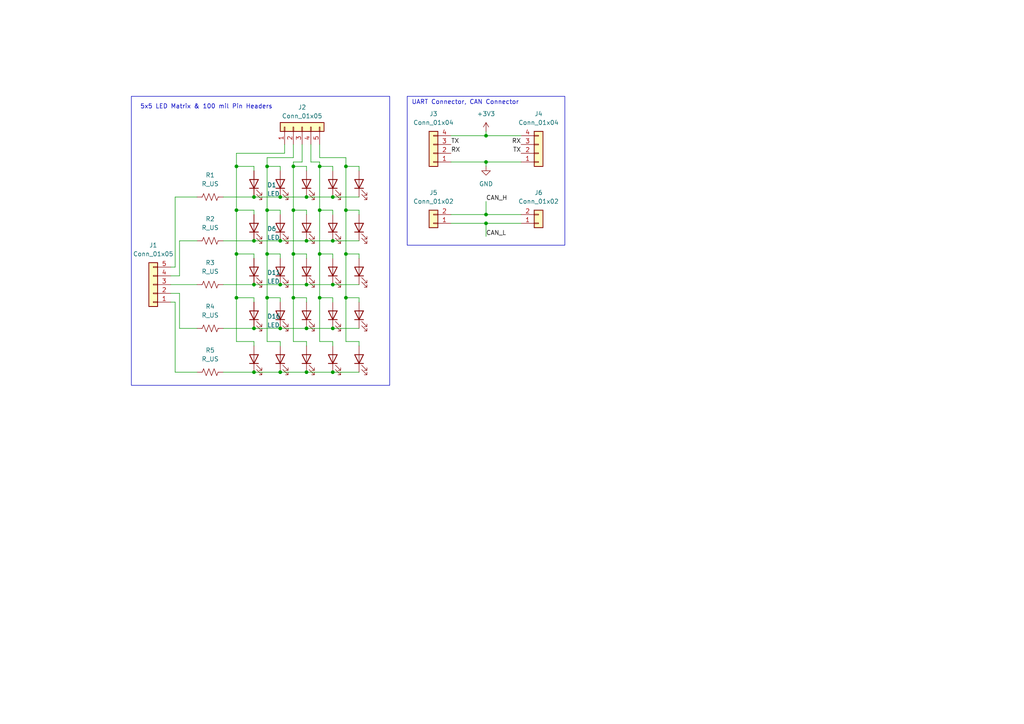
<source format=kicad_sch>
(kicad_sch (version 20230121) (generator eeschema)
  (paper "A4")
  (lib_symbols
    (symbol "Connector_Generic:Conn_01x02" (pin_names (offset 1.016) hide)
      (property "Reference" "J" (at 0 2.54 0))
      (property "Value" "Conn_01x02" (at 0 -5.08 0))
      (symbol "Conn_01x02_1_1"
        (rectangle (start -1.27 -2.413) (end 0 -2.667) (stroke (width 0.1524)))
        (rectangle (start -1.27 0.127) (end 0 -0.127) (stroke (width 0.1524)))
        (rectangle (start -1.27 1.27) (end 1.27 -3.81) (stroke (width 0.254)) (fill (type background)))
        (pin passive line (at -5.08 0 0) (length 3.81) (name "Pin_1") (number "1"))
        (pin passive line (at -5.08 -2.54 0) (length 3.81) (name "Pin_2") (number "2"))
      )
    )
    (symbol "Connector_Generic:Conn_01x04" (pin_names (offset 1.016) hide)
      (property "Reference" "J" (at 0 5.08 0))
      (property "Value" "Conn_01x04" (at 0 -7.62 0))
      (symbol "Conn_01x04_1_1"
        (rectangle (start -1.27 -4.953) (end 0 -5.207) (stroke (width 0.1524)))
        (rectangle (start -1.27 -2.413) (end 0 -2.667) (stroke (width 0.1524)))
        (rectangle (start -1.27 0.127) (end 0 -0.127) (stroke (width 0.1524)))
        (rectangle (start -1.27 2.667) (end 0 2.413) (stroke (width 0.1524)))
        (rectangle (start -1.27 3.81) (end 1.27 -6.35) (stroke (width 0.254)) (fill (type background)))
        (pin passive line (at -5.08 2.54 0) (length 3.81) (name "Pin_1") (number "1"))
        (pin passive line (at -5.08 0 0) (length 3.81) (name "Pin_2") (number "2"))
        (pin passive line (at -5.08 -2.54 0) (length 3.81) (name "Pin_3") (number "3"))
        (pin passive line (at -5.08 -5.08 0) (length 3.81) (name "Pin_4") (number "4"))
      )
    )
    (symbol "Connector_Generic:Conn_01x05" (pin_names (offset 1.016) hide)
      (property "Reference" "J" (at 0 7.62 0))
      (property "Value" "Conn_01x05" (at 0 -7.62 0))
      (symbol "Conn_01x05_1_1"
        (rectangle (start -1.27 -4.953) (end 0 -5.207) (stroke (width 0.1524)))
        (rectangle (start -1.27 -2.413) (end 0 -2.667) (stroke (width 0.1524)))
        (rectangle (start -1.27 0.127) (end 0 -0.127) (stroke (width 0.1524)))
        (rectangle (start -1.27 2.667) (end 0 2.413) (stroke (width 0.1524)))
        (rectangle (start -1.27 5.207) (end 0 4.953) (stroke (width 0.1524)))
        (rectangle (start -1.27 6.35) (end 1.27 -6.35) (stroke (width 0.254)) (fill (type background)))
        (pin passive line (at -5.08 5.08 0) (length 3.81) (name "Pin_1") (number "1"))
        (pin passive line (at -5.08 2.54 0) (length 3.81) (name "Pin_2") (number "2"))
        (pin passive line (at -5.08 0 0) (length 3.81) (name "Pin_3") (number "3"))
        (pin passive line (at -5.08 -2.54 0) (length 3.81) (name "Pin_4") (number "4"))
        (pin passive line (at -5.08 -5.08 0) (length 3.81) (name "Pin_5") (number "5"))
      )
    )
    (symbol "Device:LED" (pin_numbers hide) (pin_names (offset 1.016) hide)
      (property "Reference" "D" (at 0 2.54 0))
      (property "Value" "LED" (at 0 -2.54 0))
      (symbol "LED_0_1"
        (polyline (pts (xy -1.27 -1.27) (xy -1.27 1.27)) (stroke (width 0.254)))
        (polyline (pts (xy -1.27 0) (xy 1.27 0)))
        (polyline (pts (xy 1.27 -1.27) (xy 1.27 1.27) (xy -1.27 0) (xy 1.27 -1.27)) (stroke (width 0.254)))
        (polyline (pts (xy -3.048 -0.762) (xy -4.572 -2.286) (xy -3.81 -2.286) (xy -4.572 -2.286) (xy -4.572 -1.524)))
        (polyline (pts (xy -1.778 -0.762) (xy -3.302 -2.286) (xy -2.54 -2.286) (xy -3.302 -2.286) (xy -3.302 -1.524)))
      )
      (symbol "LED_1_1"
        (pin passive line (at -3.81 0 0) (length 2.54) (name "K") (number "1"))
        (pin passive line (at 3.81 0 180) (length 2.54) (name "A") (number "2"))
      )
    )
    (symbol "Device:R_US" (pin_numbers hide) (pin_names (offset 0))
      (property "Reference" "R" (at 2.54 0 90))
      (property "Value" "R_US" (at -2.54 0 90))
      (symbol "R_US_0_1"
        (polyline (pts (xy 0 -2.286) (xy 0 -2.54)))
        (polyline (pts (xy 0 2.286) (xy 0 2.54)))
        (polyline (pts (xy 0 -0.762) (xy 1.016 -1.143) (xy 0 -1.524) (xy -1.016 -1.905) (xy 0 -2.286)))
        (polyline (pts (xy 0 0.762) (xy 1.016 0.381) (xy 0 0) (xy -1.016 -0.381) (xy 0 -0.762)))
        (polyline (pts (xy 0 2.286) (xy 1.016 1.905) (xy 0 1.524) (xy -1.016 1.143) (xy 0 0.762)))
      )
      (symbol "R_US_1_1"
        (pin passive line (at 0 3.81 270) (length 1.27) (name "~") (number "1"))
        (pin passive line (at 0 -3.81 90) (length 1.27) (name "~") (number "2"))
      )
    )
    (symbol "power:+3V3" (power) (pin_names (offset 0))
      (property "Value" "+3V3" (at 0 3.556 0))
      (symbol "+3V3_0_1"
        (polyline (pts (xy -0.762 1.27) (xy 0 2.54)))
        (polyline (pts (xy 0 0) (xy 0 2.54)))
        (polyline (pts (xy 0 2.54) (xy 0.762 1.27)))
      )
      (symbol "+3V3_1_1"
        (pin power_in line (at 0 0 90) (length 0) hide (name "+3V3") (number "1"))
      )
    )
    (symbol "power:GND" (power) (pin_names (offset 0))
      (property "Value" "GND" (at 0 -3.81 0))
      (symbol "GND_0_1"
        (polyline (pts (xy 0 0) (xy 0 -1.27) (xy 1.27 -1.27) (xy 0 -2.54) (xy -1.27 -1.27) (xy 0 -1.27)))
      )
      (symbol "GND_1_1"
        (pin power_in line (at 0 0 270) (length 0) hide (name "GND") (number "1"))
      )
    )
  )
  (junction (at 100.33 86.36))
  (junction (at 73.66 57.15))
  (junction (at 85.09 60.96))
  (junction (at 88.9 95.25))
  (junction (at 85.09 86.36))
  (junction (at 81.28 69.85))
  (junction (at 73.66 95.25))
  (junction (at 73.66 107.95))
  (junction (at 77.47 73.66))
  (junction (at 85.09 48.26))
  (junction (at 77.47 48.26))
  (junction (at 92.71 48.26))
  (junction (at 92.71 73.66))
  (junction (at 81.28 82.55))
  (junction (at 77.47 86.36))
  (junction (at 96.52 107.95))
  (junction (at 88.9 57.15))
  (junction (at 100.33 60.96))
  (junction (at 81.28 95.25))
  (junction (at 96.52 69.85))
  (junction (at 140.97 39.37))
  (junction (at 140.97 46.99))
  (junction (at 81.28 57.15))
  (junction (at 68.58 73.66))
  (junction (at 140.97 62.23))
  (junction (at 96.52 57.15))
  (junction (at 73.66 82.55))
  (junction (at 81.28 107.95))
  (junction (at 68.58 48.26))
  (junction (at 88.9 107.95))
  (junction (at 88.9 69.85))
  (junction (at 77.47 60.96))
  (junction (at 73.66 69.85))
  (junction (at 100.33 73.66))
  (junction (at 92.71 86.36))
  (junction (at 140.97 64.77))
  (junction (at 96.52 82.55))
  (junction (at 68.58 86.36))
  (junction (at 92.71 60.96))
  (junction (at 88.9 82.55))
  (junction (at 68.58 60.96))
  (junction (at 85.09 73.66))
  (junction (at 96.52 95.25))
  (junction (at 100.33 48.26))
  (wire (pts (xy 85.09 86.36) (xy 85.09 99.06)))
  (wire (pts (xy 81.28 95.25) (xy 88.9 95.25)))
  (wire (pts (xy 100.33 73.66) (xy 104.14 73.66)))
  (wire (pts (xy 88.9 62.23) (xy 88.9 60.96)))
  (wire (pts (xy 68.58 73.66) (xy 68.58 86.36)))
  (wire (pts (xy 49.53 77.47) (xy 50.8 77.47)))
  (wire (pts (xy 140.97 58.42) (xy 140.97 62.23)))
  (wire (pts (xy 77.47 48.26) (xy 77.47 60.96)))
  (wire (pts (xy 64.77 57.15) (xy 73.66 57.15)))
  (wire (pts (xy 96.52 48.26) (xy 92.71 48.26)))
  (wire (pts (xy 104.14 74.93) (xy 104.14 73.66)))
  (wire (pts (xy 100.33 60.96) (xy 104.14 60.96)))
  (wire (pts (xy 81.28 57.15) (xy 88.9 57.15)))
  (wire (pts (xy 104.14 99.06) (xy 104.14 100.33)))
  (wire (pts (xy 100.33 86.36) (xy 100.33 99.06)))
  (wire (pts (xy 77.47 86.36) (xy 77.47 99.06)))
  (wire (pts (xy 81.28 49.53) (xy 81.28 48.26)))
  (wire (pts (xy 140.97 38.1) (xy 140.97 39.37)))
  (wire (pts (xy 92.71 48.26) (xy 92.71 60.96)))
  (wire (pts (xy 52.07 95.25) (xy 57.15 95.25)))
  (wire (pts (xy 85.09 41.91) (xy 85.09 45.72)))
  (wire (pts (xy 77.47 45.72) (xy 77.47 48.26)))
  (wire (pts (xy 81.28 82.55) (xy 88.9 82.55)))
  (wire (pts (xy 92.71 60.96) (xy 92.71 73.66)))
  (wire (pts (xy 87.63 46.99) (xy 85.09 46.99)))
  (wire (pts (xy 77.47 86.36) (xy 81.28 86.36)))
  (wire (pts (xy 140.97 46.99) (xy 140.97 48.26)))
  (wire (pts (xy 81.28 87.63) (xy 81.28 86.36)))
  (wire (pts (xy 88.9 87.63) (xy 88.9 86.36)))
  (wire (pts (xy 87.63 41.91) (xy 87.63 46.99)))
  (wire (pts (xy 82.55 41.91) (xy 82.55 44.45)))
  (wire (pts (xy 100.33 48.26) (xy 100.33 60.96)))
  (wire (pts (xy 68.58 44.45) (xy 68.58 48.26)))
  (wire (pts (xy 77.47 60.96) (xy 81.28 60.96)))
  (wire (pts (xy 73.66 82.55) (xy 81.28 82.55)))
  (wire (pts (xy 92.71 41.91) (xy 92.71 45.72)))
  (wire (pts (xy 73.66 57.15) (xy 81.28 57.15)))
  (wire (pts (xy 68.58 60.96) (xy 68.58 73.66)))
  (wire (pts (xy 100.33 48.26) (xy 104.14 48.26)))
  (wire (pts (xy 130.81 62.23) (xy 140.97 62.23)))
  (wire (pts (xy 140.97 62.23) (xy 151.13 62.23)))
  (wire (pts (xy 100.33 45.72) (xy 100.33 48.26)))
  (wire (pts (xy 92.71 86.36) (xy 92.71 99.06)))
  (wire (pts (xy 96.52 95.25) (xy 104.14 95.25)))
  (wire (pts (xy 96.52 74.93) (xy 96.52 73.66)))
  (wire (pts (xy 130.81 64.77) (xy 140.97 64.77)))
  (wire (pts (xy 85.09 60.96) (xy 88.9 60.96)))
  (wire (pts (xy 88.9 74.93) (xy 88.9 73.66)))
  (wire (pts (xy 88.9 49.53) (xy 88.9 48.26)))
  (wire (pts (xy 85.09 99.06) (xy 88.9 99.06)))
  (wire (pts (xy 64.77 107.95) (xy 73.66 107.95)))
  (wire (pts (xy 73.66 49.53) (xy 73.66 48.26)))
  (wire (pts (xy 96.52 73.66) (xy 92.71 73.66)))
  (wire (pts (xy 96.52 107.95) (xy 104.14 107.95)))
  (wire (pts (xy 73.66 87.63) (xy 73.66 86.36)))
  (wire (pts (xy 96.52 69.85) (xy 104.14 69.85)))
  (wire (pts (xy 130.81 46.99) (xy 140.97 46.99)))
  (wire (pts (xy 81.28 62.23) (xy 81.28 60.96)))
  (wire (pts (xy 73.66 99.06) (xy 73.66 100.33)))
  (wire (pts (xy 88.9 82.55) (xy 96.52 82.55)))
  (wire (pts (xy 68.58 99.06) (xy 73.66 99.06)))
  (wire (pts (xy 68.58 48.26) (xy 68.58 60.96)))
  (wire (pts (xy 88.9 99.06) (xy 88.9 100.33)))
  (wire (pts (xy 96.52 86.36) (xy 92.71 86.36)))
  (wire (pts (xy 88.9 69.85) (xy 96.52 69.85)))
  (wire (pts (xy 64.77 95.25) (xy 73.66 95.25)))
  (wire (pts (xy 88.9 107.95) (xy 96.52 107.95)))
  (wire (pts (xy 49.53 82.55) (xy 57.15 82.55)))
  (wire (pts (xy 90.17 46.99) (xy 92.71 46.99)))
  (wire (pts (xy 49.53 85.09) (xy 52.07 85.09)))
  (wire (pts (xy 140.97 39.37) (xy 151.13 39.37)))
  (wire (pts (xy 81.28 69.85) (xy 88.9 69.85)))
  (wire (pts (xy 77.47 99.06) (xy 81.28 99.06)))
  (wire (pts (xy 68.58 86.36) (xy 73.66 86.36)))
  (wire (pts (xy 100.33 86.36) (xy 104.14 86.36)))
  (wire (pts (xy 73.66 74.93) (xy 73.66 73.66)))
  (wire (pts (xy 73.66 107.95) (xy 81.28 107.95)))
  (wire (pts (xy 100.33 73.66) (xy 100.33 86.36)))
  (wire (pts (xy 52.07 80.01) (xy 52.07 69.85)))
  (wire (pts (xy 73.66 69.85) (xy 81.28 69.85)))
  (wire (pts (xy 49.53 80.01) (xy 52.07 80.01)))
  (wire (pts (xy 77.47 73.66) (xy 81.28 73.66)))
  (wire (pts (xy 68.58 73.66) (xy 73.66 73.66)))
  (wire (pts (xy 52.07 69.85) (xy 57.15 69.85)))
  (wire (pts (xy 77.47 48.26) (xy 81.28 48.26)))
  (wire (pts (xy 100.33 60.96) (xy 100.33 73.66)))
  (wire (pts (xy 49.53 87.63) (xy 50.8 87.63)))
  (wire (pts (xy 85.09 73.66) (xy 85.09 86.36)))
  (wire (pts (xy 96.52 57.15) (xy 104.14 57.15)))
  (wire (pts (xy 52.07 85.09) (xy 52.07 95.25)))
  (wire (pts (xy 92.71 73.66) (xy 92.71 86.36)))
  (wire (pts (xy 82.55 44.45) (xy 68.58 44.45)))
  (wire (pts (xy 96.52 82.55) (xy 104.14 82.55)))
  (wire (pts (xy 50.8 57.15) (xy 57.15 57.15)))
  (wire (pts (xy 96.52 49.53) (xy 96.52 48.26)))
  (wire (pts (xy 100.33 99.06) (xy 104.14 99.06)))
  (wire (pts (xy 85.09 86.36) (xy 88.9 86.36)))
  (wire (pts (xy 140.97 64.77) (xy 140.97 68.58)))
  (wire (pts (xy 85.09 48.26) (xy 85.09 60.96)))
  (wire (pts (xy 96.52 99.06) (xy 96.52 100.33)))
  (wire (pts (xy 92.71 99.06) (xy 96.52 99.06)))
  (wire (pts (xy 85.09 46.99) (xy 85.09 48.26)))
  (wire (pts (xy 140.97 46.99) (xy 151.13 46.99)))
  (wire (pts (xy 77.47 73.66) (xy 77.47 86.36)))
  (wire (pts (xy 85.09 60.96) (xy 85.09 73.66)))
  (wire (pts (xy 85.09 48.26) (xy 88.9 48.26)))
  (wire (pts (xy 81.28 74.93) (xy 81.28 73.66)))
  (wire (pts (xy 81.28 107.95) (xy 88.9 107.95)))
  (wire (pts (xy 73.66 95.25) (xy 81.28 95.25)))
  (wire (pts (xy 64.77 82.55) (xy 73.66 82.55)))
  (wire (pts (xy 73.66 62.23) (xy 73.66 60.96)))
  (wire (pts (xy 104.14 49.53) (xy 104.14 48.26)))
  (wire (pts (xy 104.14 62.23) (xy 104.14 60.96)))
  (wire (pts (xy 140.97 64.77) (xy 151.13 64.77)))
  (wire (pts (xy 104.14 87.63) (xy 104.14 86.36)))
  (wire (pts (xy 50.8 87.63) (xy 50.8 107.95)))
  (wire (pts (xy 85.09 73.66) (xy 88.9 73.66)))
  (wire (pts (xy 90.17 41.91) (xy 90.17 46.99)))
  (wire (pts (xy 85.09 45.72) (xy 77.47 45.72)))
  (wire (pts (xy 88.9 57.15) (xy 96.52 57.15)))
  (wire (pts (xy 68.58 48.26) (xy 73.66 48.26)))
  (wire (pts (xy 96.52 60.96) (xy 92.71 60.96)))
  (wire (pts (xy 96.52 62.23) (xy 96.52 60.96)))
  (wire (pts (xy 81.28 100.33) (xy 81.28 99.06)))
  (wire (pts (xy 92.71 45.72) (xy 100.33 45.72)))
  (wire (pts (xy 92.71 46.99) (xy 92.71 48.26)))
  (wire (pts (xy 130.81 39.37) (xy 140.97 39.37)))
  (wire (pts (xy 68.58 86.36) (xy 68.58 99.06)))
  (wire (pts (xy 50.8 77.47) (xy 50.8 57.15)))
  (wire (pts (xy 77.47 60.96) (xy 77.47 73.66)))
  (wire (pts (xy 96.52 87.63) (xy 96.52 86.36)))
  (wire (pts (xy 88.9 95.25) (xy 96.52 95.25)))
  (wire (pts (xy 64.77 69.85) (xy 73.66 69.85)))
  (wire (pts (xy 50.8 107.95) (xy 57.15 107.95)))
  (wire (pts (xy 68.58 60.96) (xy 73.66 60.96)))
  (rectangle (start 38.1 27.94) (end 113.03 111.76))
  (rectangle (start 118.11 27.94) (end 163.83 71.12))
  (text "UART Connector, CAN Connector\n" (at 119.38 30.48 0) (effects (font (size 1.27 1.27)) (justify left bottom)))
  (text "5x5 LED Matrix & 100 mil Pin Headers" (at 40.64 31.75 0) (effects (font (size 1.27 1.27)) (justify left bottom)))
  (label "TX" (at 130.81 41.91 0))
  (label "CAN_L" (at 140.97 68.58 0))
  (label "RX" (at 130.81 44.45 0))
  (label "CAN_H" (at 140.97 58.42 0))
  (label "RX" (at 151.13 41.91 180))
  (label "TX" (at 151.13 44.45 180))
  (symbol (lib_id "Device:R_US") (at 60.96 107.95 90) (unit 1)
    (property "Reference" "R5" (at 60.96 101.6 90))
    (property "Value" "R_US" (at 60.96 104.14 90))
    (property "Footprint" "Resistor_THT:R_Axial_DIN0207_L6.3mm_D2.5mm_P7.62mm_Horizontal" (effects hide))
  )
  (symbol (lib_id "Device:R_US") (at 60.96 95.25 90) (unit 1)
    (property "Reference" "R4" (at 60.96 88.9 90))
    (property "Value" "R_US" (at 60.96 91.44 90))
    (property "Footprint" "Resistor_THT:R_Axial_DIN0207_L6.3mm_D2.5mm_P7.62mm_Horizontal" (effects hide))
  )
  (symbol (lib_id "Device:LED") (at 88.9 104.14 90) (unit 1)
    (property "Reference" "D23" (effects hide))
    (property "Value" "LED" (effects hide))
    (property "Footprint" "LED_THT:LED_D3.0mm" (effects hide))
  )
  (symbol (lib_id "Device:LED") (at 104.14 53.34 90) (unit 1)
    (property "Reference" "D5" (effects hide))
    (property "Value" "LED" (effects hide))
    (property "Footprint" "LED_THT:LED_D3.0mm" (effects hide))
  )
  (symbol (lib_id "Device:LED") (at 81.28 66.04 90) (unit 1)
    (property "Reference" "D7" (effects hide))
    (property "Value" "LED" (effects hide))
    (property "Footprint" "LED_THT:LED_D3.0mm" (effects hide))
  )
  (symbol (lib_id "Device:LED") (at 73.66 78.74 90) (unit 1)
    (property "Reference" "D11" (at 77.47 79.0575 90) (effects (justify right)))
    (property "Value" "LED" (at 77.47 81.5975 90) (effects (justify right)))
    (property "Footprint" "LED_THT:LED_D3.0mm" (effects hide))
  )
  (symbol (lib_id "Connector_Generic:Conn_01x05") (at 44.45 82.55 180) (unit 1)
    (property "Reference" "J1" (at 44.45 71.12 0))
    (property "Value" "Conn_01x05" (at 44.45 73.66 0))
    (property "Footprint" "Connector_PinHeader_2.54mm:PinHeader_1x05_P2.54mm_Vertical" (effects hide))
  )
  (symbol (lib_id "Device:LED") (at 81.28 53.34 90) (unit 1)
    (property "Reference" "D2" (effects hide))
    (property "Value" "LED" (effects hide))
    (property "Footprint" "LED_THT:LED_D3.0mm" (effects hide))
  )
  (symbol (lib_id "Device:LED") (at 104.14 104.14 90) (unit 1)
    (property "Reference" "D25" (effects hide))
    (property "Value" "LED" (effects hide))
    (property "Footprint" "LED_THT:LED_D3.0mm" (effects hide))
  )
  (symbol (lib_id "Connector_Generic:Conn_01x04") (at 125.73 44.45 180) (unit 1)
    (property "Reference" "J3" (at 125.73 33.02 0))
    (property "Value" "Conn_01x04" (at 125.73 35.56 0))
    (property "Footprint" "Connector_JST:JST_GH_BM04B-GHS-TBT_1x04-1MP_P1.25mm_Vertical" (effects hide))
  )
  (symbol (lib_id "Connector_Generic:Conn_01x05") (at 87.63 36.83 90) (unit 1)
    (property "Reference" "J2" (at 87.63 31.115 90))
    (property "Value" "Conn_01x05" (at 87.63 33.655 90))
    (property "Footprint" "Connector_PinHeader_2.54mm:PinHeader_1x05_P2.54mm_Vertical" (effects hide))
  )
  (symbol (lib_id "Device:LED") (at 104.14 78.74 90) (unit 1)
    (property "Reference" "D15" (effects hide))
    (property "Value" "LED" (effects hide))
    (property "Footprint" "LED_THT:LED_D3.0mm" (effects hide))
  )
  (symbol (lib_id "Device:LED") (at 81.28 104.14 90) (unit 1)
    (property "Reference" "D22" (effects hide))
    (property "Value" "LED" (effects hide))
    (property "Footprint" "LED_THT:LED_D3.0mm" (effects hide))
  )
  (symbol (lib_id "Device:LED") (at 96.52 78.74 90) (unit 1)
    (property "Reference" "D14" (effects hide))
    (property "Value" "LED" (effects hide))
    (property "Footprint" "LED_THT:LED_D3.0mm" (effects hide))
  )
  (symbol (lib_id "Device:LED") (at 104.14 91.44 90) (unit 1)
    (property "Reference" "D20" (effects hide))
    (property "Value" "LED" (effects hide))
    (property "Footprint" "LED_THT:LED_D3.0mm" (effects hide))
  )
  (symbol (lib_id "power:GND") (at 140.97 48.26 0) (unit 1)
    (property "Reference" "#PWR02" (effects hide))
    (property "Value" "GND" (at 140.97 53.34 0))
  )
  (symbol (lib_id "Device:LED") (at 73.66 53.34 90) (unit 1)
    (property "Reference" "D1" (at 77.47 53.6575 90) (effects (justify right)))
    (property "Value" "LED" (at 77.47 56.1975 90) (effects (justify right)))
    (property "Footprint" "LED_THT:LED_D3.0mm" (effects hide))
  )
  (symbol (lib_id "Device:R_US") (at 60.96 82.55 90) (unit 1)
    (property "Reference" "R3" (at 60.96 76.2 90))
    (property "Value" "R_US" (at 60.96 78.74 90))
    (property "Footprint" "Resistor_THT:R_Axial_DIN0207_L6.3mm_D2.5mm_P7.62mm_Horizontal" (effects hide))
  )
  (symbol (lib_id "Device:LED") (at 88.9 78.74 90) (unit 1)
    (property "Reference" "D13" (effects hide))
    (property "Value" "LED" (effects hide))
    (property "Footprint" "LED_THT:LED_D3.0mm" (effects hide))
  )
  (symbol (lib_id "Device:LED") (at 88.9 66.04 90) (unit 1)
    (property "Reference" "D8" (effects hide))
    (property "Value" "LED" (effects hide))
    (property "Footprint" "LED_THT:LED_D3.0mm" (effects hide))
  )
  (symbol (lib_id "Device:R_US") (at 60.96 57.15 90) (unit 1)
    (property "Reference" "R1" (at 60.96 50.8 90))
    (property "Value" "R_US" (at 60.96 53.34 90))
    (property "Footprint" "Resistor_THT:R_Axial_DIN0207_L6.3mm_D2.5mm_P7.62mm_Horizontal" (effects hide))
  )
  (symbol (lib_id "Device:LED") (at 73.66 91.44 90) (unit 1)
    (property "Reference" "D16" (at 77.47 91.7575 90) (effects (justify right)))
    (property "Value" "LED" (at 77.47 94.2975 90) (effects (justify right)))
    (property "Footprint" "LED_THT:LED_D3.0mm" (effects hide))
  )
  (symbol (lib_id "power:+3V3") (at 140.97 38.1 0) (unit 1)
    (property "Reference" "#PWR01" (effects hide))
    (property "Value" "+3V3" (at 140.97 33.02 0))
  )
  (symbol (lib_id "Device:LED") (at 81.28 91.44 90) (unit 1)
    (property "Reference" "D17" (effects hide))
    (property "Value" "LED" (effects hide))
    (property "Footprint" "LED_THT:LED_D3.0mm" (effects hide))
  )
  (symbol (lib_id "Device:LED") (at 73.66 104.14 90) (unit 1)
    (property "Reference" "D21" (effects hide))
    (property "Value" "LED" (effects hide))
    (property "Footprint" "LED_THT:LED_D3.0mm" (effects hide))
  )
  (symbol (lib_id "Connector_Generic:Conn_01x02") (at 125.73 64.77 180) (unit 1)
    (property "Reference" "J5" (at 125.73 55.88 0))
    (property "Value" "Conn_01x02" (at 125.73 58.42 0))
    (property "Footprint" "Connector_JST:JST_GH_BM02B-GHS-TBT_1x02-1MP_P1.25mm_Vertical" (effects hide))
  )
  (symbol (lib_id "Device:LED") (at 104.14 66.04 90) (unit 1)
    (property "Reference" "D10" (effects hide))
    (property "Value" "LED" (effects hide))
    (property "Footprint" "LED_THT:LED_D3.0mm" (effects hide))
  )
  (symbol (lib_id "Device:LED") (at 88.9 91.44 90) (unit 1)
    (property "Reference" "D18" (effects hide))
    (property "Value" "LED" (effects hide))
    (property "Footprint" "LED_THT:LED_D3.0mm" (effects hide))
  )
  (symbol (lib_id "Device:LED") (at 96.52 66.04 90) (unit 1)
    (property "Reference" "D9" (effects hide))
    (property "Value" "LED" (effects hide))
    (property "Footprint" "LED_THT:LED_D3.0mm" (effects hide))
  )
  (symbol (lib_id "Connector_Generic:Conn_01x04") (at 156.21 44.45 0) (mirror x) (unit 1)
    (property "Reference" "J4" (at 156.21 33.02 0))
    (property "Value" "Conn_01x04" (at 156.21 35.56 0))
    (property "Footprint" "Connector_JST:JST_GH_BM04B-GHS-TBT_1x04-1MP_P1.25mm_Vertical" (effects hide))
  )
  (symbol (lib_id "Device:LED") (at 96.52 104.14 90) (unit 1)
    (property "Reference" "D24" (effects hide))
    (property "Value" "LED" (effects hide))
    (property "Footprint" "LED_THT:LED_D3.0mm" (effects hide))
  )
  (symbol (lib_id "Device:LED") (at 81.28 78.74 90) (unit 1)
    (property "Reference" "D12" (effects hide))
    (property "Value" "LED" (effects hide))
    (property "Footprint" "LED_THT:LED_D3.0mm" (effects hide))
  )
  (symbol (lib_id "Device:LED") (at 96.52 91.44 90) (unit 1)
    (property "Reference" "D19" (effects hide))
    (property "Value" "LED" (effects hide))
    (property "Footprint" "LED_THT:LED_D3.0mm" (effects hide))
  )
  (symbol (lib_id "Device:R_US") (at 60.96 69.85 90) (unit 1)
    (property "Reference" "R2" (at 60.96 63.5 90))
    (property "Value" "R_US" (at 60.96 66.04 90))
    (property "Footprint" "Resistor_THT:R_Axial_DIN0207_L6.3mm_D2.5mm_P7.62mm_Horizontal" (effects hide))
  )
  (symbol (lib_id "Connector_Generic:Conn_01x02") (at 156.21 64.77 0) (mirror x) (unit 1)
    (property "Reference" "J6" (at 156.21 55.88 0))
    (property "Value" "Conn_01x02" (at 156.21 58.42 0))
    (property "Footprint" "Connector_JST:JST_GH_BM02B-GHS-TBT_1x02-1MP_P1.25mm_Vertical" (effects hide))
  )
  (symbol (lib_id "Device:LED") (at 73.66 66.04 90) (unit 1)
    (property "Reference" "D6" (at 77.47 66.3575 90) (effects (justify right)))
    (property "Value" "LED" (at 77.47 68.8975 90) (effects (justify right)))
    (property "Footprint" "LED_THT:LED_D3.0mm" (effects hide))
  )
  (symbol (lib_id "Device:LED") (at 96.52 53.34 90) (unit 1)
    (property "Reference" "D4" (effects hide))
    (property "Value" "LED" (effects hide))
    (property "Footprint" "LED_THT:LED_D3.0mm" (effects hide))
  )
  (symbol (lib_id "Device:LED") (at 88.9 53.34 90) (unit 1)
    (property "Reference" "D3" (effects hide))
    (property "Value" "LED" (effects hide))
    (property "Footprint" "LED_THT:LED_D3.0mm" (effects hide))
  )
)
</source>
